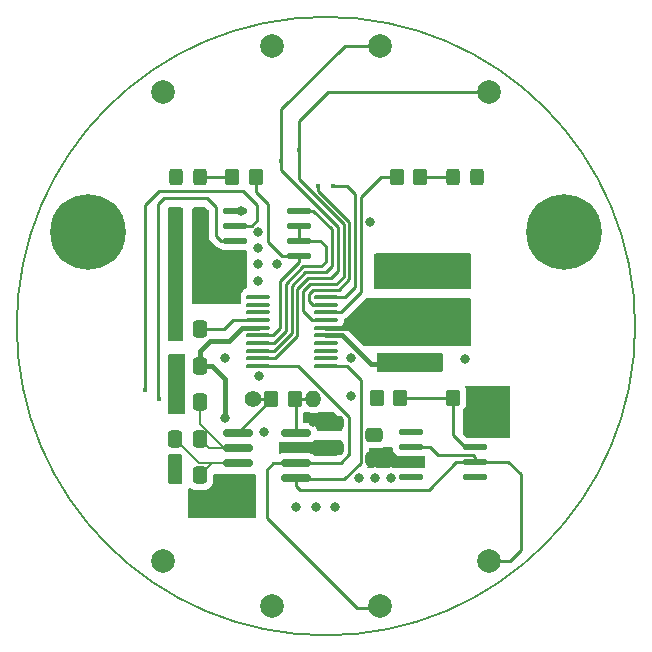
<source format=gbr>
%TF.GenerationSoftware,KiCad,Pcbnew,6.0.10-86aedd382b~118~ubuntu20.04.1*%
%TF.CreationDate,2023-01-12T10:33:16+01:00*%
%TF.ProjectId,thrust_controller,74687275-7374-45f6-936f-6e74726f6c6c,rev?*%
%TF.SameCoordinates,Original*%
%TF.FileFunction,Copper,L1,Top*%
%TF.FilePolarity,Positive*%
%FSLAX46Y46*%
G04 Gerber Fmt 4.6, Leading zero omitted, Abs format (unit mm)*
G04 Created by KiCad (PCBNEW 6.0.10-86aedd382b~118~ubuntu20.04.1) date 2023-01-12 10:33:16*
%MOMM*%
%LPD*%
G01*
G04 APERTURE LIST*
G04 Aperture macros list*
%AMRoundRect*
0 Rectangle with rounded corners*
0 $1 Rounding radius*
0 $2 $3 $4 $5 $6 $7 $8 $9 X,Y pos of 4 corners*
0 Add a 4 corners polygon primitive as box body*
4,1,4,$2,$3,$4,$5,$6,$7,$8,$9,$2,$3,0*
0 Add four circle primitives for the rounded corners*
1,1,$1+$1,$2,$3*
1,1,$1+$1,$4,$5*
1,1,$1+$1,$6,$7*
1,1,$1+$1,$8,$9*
0 Add four rect primitives between the rounded corners*
20,1,$1+$1,$2,$3,$4,$5,0*
20,1,$1+$1,$4,$5,$6,$7,0*
20,1,$1+$1,$6,$7,$8,$9,0*
20,1,$1+$1,$8,$9,$2,$3,0*%
G04 Aperture macros list end*
%TA.AperFunction,Profile*%
%ADD10C,0.200000*%
%TD*%
%TA.AperFunction,SMDPad,CuDef*%
%ADD11RoundRect,0.250000X-0.325000X-0.450000X0.325000X-0.450000X0.325000X0.450000X-0.325000X0.450000X0*%
%TD*%
%TA.AperFunction,SMDPad,CuDef*%
%ADD12RoundRect,0.250000X0.337500X0.475000X-0.337500X0.475000X-0.337500X-0.475000X0.337500X-0.475000X0*%
%TD*%
%TA.AperFunction,SMDPad,CuDef*%
%ADD13RoundRect,0.250000X-0.337500X-0.475000X0.337500X-0.475000X0.337500X0.475000X-0.337500X0.475000X0*%
%TD*%
%TA.AperFunction,SMDPad,CuDef*%
%ADD14RoundRect,0.250000X-0.350000X-0.450000X0.350000X-0.450000X0.350000X0.450000X-0.350000X0.450000X0*%
%TD*%
%TA.AperFunction,SMDPad,CuDef*%
%ADD15RoundRect,0.250000X0.475000X-0.337500X0.475000X0.337500X-0.475000X0.337500X-0.475000X-0.337500X0*%
%TD*%
%TA.AperFunction,SMDPad,CuDef*%
%ADD16RoundRect,0.250000X-0.475000X0.337500X-0.475000X-0.337500X0.475000X-0.337500X0.475000X0.337500X0*%
%TD*%
%TA.AperFunction,ComponentPad*%
%ADD17C,6.400000*%
%TD*%
%TA.AperFunction,SMDPad,CuDef*%
%ADD18RoundRect,0.100000X-0.900000X-0.100000X0.900000X-0.100000X0.900000X0.100000X-0.900000X0.100000X0*%
%TD*%
%TA.AperFunction,SMDPad,CuDef*%
%ADD19RoundRect,0.139500X0.860500X0.139500X-0.860500X0.139500X-0.860500X-0.139500X0.860500X-0.139500X0*%
%TD*%
%TA.AperFunction,ComponentPad*%
%ADD20C,1.400000*%
%TD*%
%TA.AperFunction,ComponentPad*%
%ADD21O,1.400000X1.400000*%
%TD*%
%TA.AperFunction,SMDPad,CuDef*%
%ADD22RoundRect,0.250000X0.325000X0.450000X-0.325000X0.450000X-0.325000X-0.450000X0.325000X-0.450000X0*%
%TD*%
%TA.AperFunction,SMDPad,CuDef*%
%ADD23RoundRect,0.133150X0.866850X0.133150X-0.866850X0.133150X-0.866850X-0.133150X0.866850X-0.133150X0*%
%TD*%
%TA.AperFunction,SMDPad,CuDef*%
%ADD24RoundRect,0.150000X-1.100000X-0.150000X1.100000X-0.150000X1.100000X0.150000X-1.100000X0.150000X0*%
%TD*%
%TA.AperFunction,ComponentPad*%
%ADD25C,2.000000*%
%TD*%
%TA.AperFunction,ViaPad*%
%ADD26C,0.800000*%
%TD*%
%TA.AperFunction,ViaPad*%
%ADD27C,0.400000*%
%TD*%
%TA.AperFunction,Conductor*%
%ADD28C,0.400000*%
%TD*%
%TA.AperFunction,Conductor*%
%ADD29C,0.200000*%
%TD*%
%TA.AperFunction,Conductor*%
%ADD30C,0.250000*%
%TD*%
G04 APERTURE END LIST*
D10*
X169350000Y-83700000D02*
G75*
G03*
X169350000Y-83700000I-26180000J0D01*
G01*
D11*
%TO.P,D1,1,K*%
%TO.N,GNDA*%
X130435000Y-71050000D03*
%TO.P,D1,2,A*%
%TO.N,Net-(D1-Pad2)*%
X132485000Y-71050000D03*
%TD*%
D12*
%TO.P,C21,1*%
%TO.N,+5V*%
X132497500Y-74650000D03*
%TO.P,C21,2*%
%TO.N,GNDA*%
X130422500Y-74650000D03*
%TD*%
D13*
%TO.P,C11,1*%
%TO.N,S+*%
X130422500Y-93250000D03*
%TO.P,C11,2*%
%TO.N,S-*%
X132497500Y-93250000D03*
%TD*%
D14*
%TO.P,R1,1*%
%TO.N,+3.3VA*%
X147460000Y-89750000D03*
%TO.P,R1,2*%
%TO.N,Net-(R1-Pad2)*%
X149460000Y-89750000D03*
%TD*%
D12*
%TO.P,C6,1*%
%TO.N,+5V*%
X132497500Y-80850000D03*
%TO.P,C6,2*%
%TO.N,GNDA*%
X130422500Y-80850000D03*
%TD*%
D15*
%TO.P,C19,1*%
%TO.N,+3.3V*%
X148260000Y-81987500D03*
%TO.P,C19,2*%
%TO.N,GNDA*%
X148260000Y-79912500D03*
%TD*%
D16*
%TO.P,C15,1*%
%TO.N,+3.3V*%
X148260000Y-84812500D03*
%TO.P,C15,2*%
%TO.N,GNDA*%
X148260000Y-86887500D03*
%TD*%
D17*
%TO.P,H2,1*%
%TO.N,N/C*%
X163300000Y-75700000D03*
%TD*%
D15*
%TO.P,C1,1*%
%TO.N,+3.3VA*%
X143960000Y-93987500D03*
%TO.P,C1,2*%
%TO.N,GNDA*%
X143960000Y-91912500D03*
%TD*%
D18*
%TO.P,U6,1,PB9*%
%TO.N,unconnected-(U6-Pad1)*%
X137447500Y-81225000D03*
%TO.P,U6,2,PC14*%
%TO.N,unconnected-(U6-Pad2)*%
X137447500Y-81875000D03*
%TO.P,U6,3,PC15*%
%TO.N,unconnected-(U6-Pad3)*%
X137447500Y-82525000D03*
%TO.P,U6,4,NRST*%
%TO.N,Net-(C22-Pad1)*%
X137447500Y-83175000D03*
%TO.P,U6,5,VDDA*%
%TO.N,+3.3VA*%
X137447500Y-83825000D03*
%TO.P,U6,6,PA0*%
%TO.N,USART2_RX*%
X137447500Y-84475000D03*
%TO.P,U6,7,PA1*%
%TO.N,Net-(U5-Pad2)*%
X137447500Y-85125000D03*
%TO.P,U6,8,PA2*%
%TO.N,USART2_TX*%
X137447500Y-85775000D03*
%TO.P,U6,9,PA3*%
%TO.N,Cmd*%
X137447500Y-86425000D03*
%TO.P,U6,10,PA4*%
%TO.N,Meas*%
X137447500Y-87075000D03*
%TO.P,U6,11,PA5*%
%TO.N,Ref*%
X143172500Y-87075000D03*
%TO.P,U6,12,PA6*%
%TO.N,unconnected-(U6-Pad12)*%
X143172500Y-86425000D03*
%TO.P,U6,13,PA7*%
%TO.N,unconnected-(U6-Pad13)*%
X143172500Y-85775000D03*
%TO.P,U6,14,PB1*%
%TO.N,unconnected-(U6-Pad14)*%
X143172500Y-85125000D03*
%TO.P,U6,15,VSS*%
%TO.N,GNDA*%
X143172500Y-84475000D03*
%TO.P,U6,16,VDD*%
%TO.N,+3.3V*%
X143172500Y-83825000D03*
%TO.P,U6,17,PA9*%
%TO.N,Des*%
X143172500Y-83175000D03*
%TO.P,U6,18,PA10*%
%TO.N,Net-(R2-Pad1)*%
X143172500Y-82525000D03*
%TO.P,U6,19,PA13*%
%TO.N,SWDIO*%
X143172500Y-81875000D03*
%TO.P,U6,20,PA14*%
%TO.N,SWCLK*%
X143172500Y-81225000D03*
%TD*%
D15*
%TO.P,C17,1*%
%TO.N,+3.3V*%
X154460000Y-81987500D03*
%TO.P,C17,2*%
%TO.N,GNDA*%
X154460000Y-79912500D03*
%TD*%
%TO.P,C2,1*%
%TO.N,+3.3VA*%
X147260000Y-94987500D03*
%TO.P,C2,2*%
%TO.N,GNDA*%
X147260000Y-92912500D03*
%TD*%
D19*
%TO.P,U2,1,NC*%
%TO.N,unconnected-(U2-Pad1)*%
X155781348Y-96455000D03*
%TO.P,U2,2,-*%
%TO.N,Ref*%
X155781348Y-95185000D03*
%TO.P,U2,3,+*%
%TO.N,Net-(R1-Pad2)*%
X155781348Y-93915000D03*
%TO.P,U2,4,V-*%
%TO.N,GNDA*%
X155781348Y-92645000D03*
%TO.P,U2,5,NC*%
%TO.N,unconnected-(U2-Pad5)*%
X150338652Y-92645000D03*
%TO.P,U2,6*%
%TO.N,Ref*%
X150338652Y-93915000D03*
%TO.P,U2,7,V+*%
%TO.N,+3.3VA*%
X150338652Y-95185000D03*
%TO.P,U2,8,NC*%
%TO.N,unconnected-(U2-Pad8)*%
X150338652Y-96455000D03*
%TD*%
D15*
%TO.P,C18,1*%
%TO.N,+3.3V*%
X151360000Y-81987500D03*
%TO.P,C18,2*%
%TO.N,GNDA*%
X151360000Y-79912500D03*
%TD*%
D14*
%TO.P,R5,1*%
%TO.N,Net-(D1-Pad2)*%
X135260000Y-71050000D03*
%TO.P,R5,2*%
%TO.N,USART2_RX*%
X137260000Y-71050000D03*
%TD*%
D20*
%TO.P,R6,1*%
%TO.N,Net-(R3-Pad1)*%
X137020000Y-89850000D03*
D21*
%TO.P,R6,2*%
%TO.N,Net-(R3-Pad2)*%
X142100000Y-89850000D03*
%TD*%
D14*
%TO.P,R4,1*%
%TO.N,Net-(R1-Pad2)*%
X153960000Y-89750000D03*
%TO.P,R4,2*%
%TO.N,GNDA*%
X155960000Y-89750000D03*
%TD*%
D12*
%TO.P,C20,1*%
%TO.N,+3.3VA*%
X132497500Y-87050000D03*
%TO.P,C20,2*%
%TO.N,GNDA*%
X130422500Y-87050000D03*
%TD*%
%TO.P,C8,1*%
%TO.N,+5V*%
X132497500Y-77750000D03*
%TO.P,C8,2*%
%TO.N,GNDA*%
X130422500Y-77750000D03*
%TD*%
%TO.P,C12,1*%
%TO.N,S-*%
X132497500Y-90150000D03*
%TO.P,C12,2*%
%TO.N,GNDA*%
X130422500Y-90150000D03*
%TD*%
D13*
%TO.P,C10,1*%
%TO.N,+3.3VA*%
X130422500Y-96350000D03*
%TO.P,C10,2*%
%TO.N,S+*%
X132497500Y-96350000D03*
%TD*%
D17*
%TO.P,H1,1*%
%TO.N,N/C*%
X123040000Y-75700000D03*
%TD*%
D14*
%TO.P,R3,1*%
%TO.N,Net-(R3-Pad1)*%
X138560000Y-89850000D03*
%TO.P,R3,2*%
%TO.N,Net-(R3-Pad2)*%
X140560000Y-89850000D03*
%TD*%
D12*
%TO.P,C22,1*%
%TO.N,Net-(C22-Pad1)*%
X132497500Y-83950000D03*
%TO.P,C22,2*%
%TO.N,GNDA*%
X130422500Y-83950000D03*
%TD*%
D22*
%TO.P,D2,1,K*%
%TO.N,GNDA*%
X155985000Y-71050000D03*
%TO.P,D2,2,A*%
%TO.N,Net-(D2-Pad2)*%
X153935000Y-71050000D03*
%TD*%
D23*
%TO.P,U5,1,RO*%
%TO.N,USART2_RX*%
X140881348Y-77755000D03*
%TO.P,U5,2,~{RE}*%
%TO.N,Net-(U5-Pad2)*%
X140881348Y-76485000D03*
%TO.P,U5,3,DE*%
X140881348Y-75215000D03*
%TO.P,U5,4,DI*%
%TO.N,USART2_TX*%
X140881348Y-73945000D03*
%TO.P,U5,5,GND*%
%TO.N,GNDA*%
X135438652Y-73945000D03*
%TO.P,U5,6,A*%
%TO.N,A*%
X135438652Y-75215000D03*
%TO.P,U5,7,B*%
%TO.N,B*%
X135438652Y-76485000D03*
%TO.P,U5,8,VCC*%
%TO.N,+5V*%
X135438652Y-77755000D03*
%TD*%
D24*
%TO.P,U3,1,Rg*%
%TO.N,Net-(R3-Pad1)*%
X135685000Y-92745000D03*
%TO.P,U3,2,-*%
%TO.N,S-*%
X135685000Y-94015000D03*
%TO.P,U3,3,+*%
%TO.N,S+*%
X135685000Y-95285000D03*
%TO.P,U3,4,Vs-*%
%TO.N,GNDA*%
X135685000Y-96555000D03*
%TO.P,U3,5,Ref*%
%TO.N,Ref*%
X140635000Y-96555000D03*
%TO.P,U3,6*%
%TO.N,Meas*%
X140635000Y-95285000D03*
%TO.P,U3,7,Vs+*%
%TO.N,+3.3VA*%
X140635000Y-94015000D03*
%TO.P,U3,8,Rg*%
%TO.N,Net-(R3-Pad2)*%
X140635000Y-92745000D03*
%TD*%
D14*
%TO.P,R2,1*%
%TO.N,Net-(R2-Pad1)*%
X149160000Y-71050000D03*
%TO.P,R2,2*%
%TO.N,Net-(D2-Pad2)*%
X151160000Y-71050000D03*
%TD*%
D25*
%TO.P,TP6,1,1*%
%TO.N,GNDA*%
X129370000Y-103560000D03*
%TD*%
%TO.P,TP1,1,1*%
%TO.N,+3.3VA*%
X138570000Y-107440000D03*
%TD*%
%TO.P,TP7,1,1*%
%TO.N,Cmd*%
X147770000Y-59960000D03*
%TD*%
%TO.P,TP5,1,1*%
%TO.N,+3.3V*%
X138570000Y-59960000D03*
%TD*%
%TO.P,TP4,1,1*%
%TO.N,Ref*%
X156970000Y-103560000D03*
%TD*%
%TO.P,TP3,1,1*%
%TO.N,Meas*%
X147770000Y-107440000D03*
%TD*%
%TO.P,TP2,1,1*%
%TO.N,Des*%
X156970000Y-63840000D03*
%TD*%
%TO.P,TP8,1,1*%
%TO.N,GNDA*%
X129370000Y-63840000D03*
%TD*%
D26*
%TO.N,+3.3VA*%
X142297500Y-93987500D03*
X142297500Y-99020000D03*
X130422500Y-95050000D03*
X147460000Y-89750000D03*
X134660000Y-91450000D03*
X143960000Y-93987500D03*
X140635000Y-99020000D03*
X140635000Y-93987500D03*
X143960000Y-99020000D03*
X147260000Y-94550000D03*
%TO.N,GNDA*%
X147260000Y-92912500D03*
X155985000Y-71050000D03*
X137451979Y-77118887D03*
X145310000Y-89609500D03*
X130422500Y-86850500D03*
X149760000Y-79912500D03*
X146000000Y-96570000D03*
X142060000Y-91780000D03*
X137451979Y-75753331D03*
X130279985Y-74650000D03*
X157850000Y-92110000D03*
X145329310Y-86381241D03*
X137451979Y-78484443D03*
X139060000Y-78484443D03*
X130279985Y-76200000D03*
X132500000Y-98160000D03*
X130279985Y-77750000D03*
X151710000Y-86375000D03*
X130279985Y-82910126D03*
X132497500Y-99310000D03*
X137922500Y-92650000D03*
X147344576Y-96570000D03*
X148689152Y-96570000D03*
X149910000Y-86660000D03*
X148260000Y-86887500D03*
X130435000Y-71050000D03*
X157850000Y-89750000D03*
X157850000Y-90930000D03*
X130422500Y-90150000D03*
X149760000Y-78440000D03*
X148260000Y-78440000D03*
X148260000Y-79912500D03*
X137451979Y-79850000D03*
X137480000Y-87924500D03*
X136010000Y-73945000D03*
%TO.N,+5V*%
X132760000Y-78150000D03*
X132760000Y-76150000D03*
X132735500Y-74150000D03*
X133760000Y-80150000D03*
X133760000Y-81150000D03*
X132760000Y-75150000D03*
X133760000Y-79150000D03*
X133760000Y-78150000D03*
X132760000Y-77150000D03*
D27*
%TO.N,S+*%
X135685000Y-95285000D03*
%TO.N,S-*%
X135685000Y-94015000D03*
D26*
%TO.N,+3.3V*%
X148760000Y-84620000D03*
X147760000Y-83620000D03*
X150760000Y-84620000D03*
X134610000Y-86375000D03*
X146934500Y-74920000D03*
X146760000Y-84620000D03*
X145760000Y-83620000D03*
X154960000Y-86450000D03*
X149760000Y-83620000D03*
D27*
%TO.N,Des*%
X140860000Y-68750000D03*
%TO.N,Cmd*%
X139369500Y-69750000D03*
%TO.N,B*%
X129010000Y-89900000D03*
%TO.N,A*%
X127860000Y-89150000D03*
%TO.N,SWDIO*%
X142535000Y-71850000D03*
%TO.N,SWCLK*%
X143785000Y-71850000D03*
%TD*%
D28*
%TO.N,+3.3VA*%
X134660000Y-88150000D02*
X133560000Y-87050000D01*
X134960000Y-84950000D02*
X133360000Y-84950000D01*
X137447500Y-83825000D02*
X136085000Y-83825000D01*
X134660000Y-91450000D02*
X134660000Y-88150000D01*
X132497500Y-85812500D02*
X132497500Y-87050000D01*
X136085000Y-83825000D02*
X134960000Y-84950000D01*
X133560000Y-87050000D02*
X132497500Y-87050000D01*
X133360000Y-84950000D02*
X132497500Y-85812500D01*
%TO.N,GNDA*%
X144535000Y-84475000D02*
X143172500Y-84475000D01*
X146947500Y-86887500D02*
X144535000Y-84475000D01*
X148260000Y-86887500D02*
X146947500Y-86887500D01*
%TO.N,+5V*%
X133845000Y-80625000D02*
X132722500Y-80625000D01*
D29*
%TO.N,S+*%
X133562500Y-95285000D02*
X132497500Y-96350000D01*
X132457500Y-95285000D02*
X135685000Y-95285000D01*
X135685000Y-95285000D02*
X133562500Y-95285000D01*
X130422500Y-93250000D02*
X132457500Y-95285000D01*
%TO.N,S-*%
X132497500Y-91972500D02*
X134540000Y-94015000D01*
X132497500Y-90150000D02*
X132497500Y-91972500D01*
X135685000Y-94015000D02*
X133262500Y-94015000D01*
X133262500Y-94015000D02*
X132497500Y-93250000D01*
D28*
%TO.N,+3.3V*%
X143172500Y-83825000D02*
X145360000Y-83825000D01*
D30*
%TO.N,Net-(D1-Pad2)*%
X132485000Y-71050000D02*
X135260000Y-71050000D01*
%TO.N,Net-(D2-Pad2)*%
X151160000Y-71050000D02*
X153935000Y-71050000D01*
%TO.N,Des*%
X143370000Y-63840000D02*
X156970000Y-63840000D01*
X140860000Y-68750000D02*
X140860000Y-66350000D01*
X141260000Y-82450000D02*
X141985000Y-83175000D01*
X141852894Y-80150000D02*
X141260000Y-80742894D01*
X141985000Y-83175000D02*
X143172500Y-83175000D01*
X141260000Y-80742894D02*
X141260000Y-82450000D01*
X144660000Y-75057106D02*
X144660000Y-79542894D01*
X144660000Y-79542894D02*
X144052894Y-80150000D01*
X140860000Y-66350000D02*
X143370000Y-63840000D01*
X142227893Y-72625000D02*
X144660000Y-75057106D01*
X144052894Y-80150000D02*
X141852894Y-80150000D01*
X140860000Y-71271016D02*
X142213984Y-72625000D01*
X142213984Y-72625000D02*
X142227893Y-72625000D01*
X140860000Y-68750000D02*
X140860000Y-71271016D01*
%TO.N,Cmd*%
X140760000Y-84521318D02*
X138856318Y-86425000D01*
X140760000Y-80535788D02*
X140760000Y-84521318D01*
X147770000Y-59960000D02*
X144750000Y-59960000D01*
X144750000Y-59960000D02*
X139360000Y-65350000D01*
X139360000Y-69740500D02*
X139369500Y-69750000D01*
X143560000Y-79650000D02*
X141645788Y-79650000D01*
X144160000Y-79050000D02*
X143560000Y-79650000D01*
X139360000Y-65350000D02*
X139360000Y-69740500D01*
X139369500Y-69750000D02*
X139369500Y-70523104D01*
X138856318Y-86425000D02*
X137447500Y-86425000D01*
X141645788Y-79650000D02*
X140760000Y-80535788D01*
X139369500Y-70523104D02*
X144160000Y-75313604D01*
X144160000Y-75313604D02*
X144160000Y-79050000D01*
%TO.N,Net-(R1-Pad2)*%
X153960000Y-92950000D02*
X153960000Y-89750000D01*
X153960000Y-89750000D02*
X149460000Y-89750000D01*
X154925000Y-93915000D02*
X153960000Y-92950000D01*
%TO.N,Net-(R2-Pad1)*%
X144485000Y-82525000D02*
X143172500Y-82525000D01*
X146160000Y-72750000D02*
X146160000Y-80850000D01*
X149160000Y-71050000D02*
X147860000Y-71050000D01*
X147860000Y-71050000D02*
X146160000Y-72750000D01*
X146160000Y-80850000D02*
X144485000Y-82525000D01*
%TO.N,USART2_RX*%
X138685000Y-84475000D02*
X137447500Y-84475000D01*
X140881348Y-78293122D02*
X139260000Y-79914470D01*
X140881348Y-77755000D02*
X140881348Y-78293122D01*
X139260000Y-79914470D02*
X139260000Y-83900000D01*
X137260000Y-72350000D02*
X138260000Y-73350000D01*
X137260000Y-71050000D02*
X137260000Y-72350000D01*
X138260000Y-73350000D02*
X138260000Y-76550000D01*
X138260000Y-76550000D02*
X139465000Y-77755000D01*
X139465000Y-77755000D02*
X140881348Y-77755000D01*
X139260000Y-83900000D02*
X138685000Y-84475000D01*
%TO.N,B*%
X128960000Y-89850000D02*
X128960000Y-73350000D01*
X133860000Y-76050000D02*
X134295000Y-76485000D01*
X133860000Y-73615686D02*
X133860000Y-76050000D01*
X129010000Y-89900000D02*
X128960000Y-89850000D01*
X129460000Y-72850000D02*
X133094314Y-72850000D01*
X128960000Y-73350000D02*
X129460000Y-72850000D01*
X134295000Y-76485000D02*
X135438652Y-76485000D01*
X133094314Y-72850000D02*
X133860000Y-73615686D01*
%TO.N,Net-(C22-Pad1)*%
X137447500Y-83175000D02*
X135335000Y-83175000D01*
X135335000Y-83175000D02*
X134560000Y-83950000D01*
X134560000Y-83950000D02*
X132497500Y-83950000D01*
%TO.N,Ref*%
X140635000Y-97225000D02*
X140960000Y-97550000D01*
X140960000Y-97550000D02*
X151860000Y-97550000D01*
X140635000Y-96555000D02*
X140635000Y-97225000D01*
X155781348Y-94811348D02*
X155590000Y-94620000D01*
X151860000Y-97550000D02*
X154225000Y-95185000D01*
X159660000Y-96250000D02*
X159660000Y-102650000D01*
X146150000Y-95260000D02*
X144735000Y-96675000D01*
X158750000Y-103560000D02*
X156970000Y-103560000D01*
X155781348Y-95185000D02*
X155781348Y-94811348D01*
X140755000Y-96675000D02*
X140635000Y-96555000D01*
X155590000Y-94620000D02*
X152680000Y-94620000D01*
X143172500Y-87075000D02*
X144985000Y-87075000D01*
X144735000Y-96675000D02*
X140755000Y-96675000D01*
X159660000Y-102650000D02*
X158750000Y-103560000D01*
X146150000Y-88240000D02*
X146150000Y-95260000D01*
X154225000Y-95185000D02*
X155781348Y-95185000D01*
X144985000Y-87075000D02*
X146150000Y-88240000D01*
X155781348Y-95185000D02*
X158595000Y-95185000D01*
X151975000Y-93915000D02*
X150338652Y-93915000D01*
X158595000Y-95185000D02*
X159660000Y-96250000D01*
X152680000Y-94620000D02*
X151975000Y-93915000D01*
%TO.N,Meas*%
X138160000Y-95850000D02*
X138160000Y-99950000D01*
X138160000Y-99950000D02*
X145760000Y-107550000D01*
X140845280Y-87075000D02*
X137447500Y-87075000D01*
X145760000Y-107550000D02*
X147660000Y-107550000D01*
X144406586Y-95285000D02*
X145160000Y-94531586D01*
X145160000Y-91389720D02*
X140845280Y-87075000D01*
X138725000Y-95285000D02*
X138160000Y-95850000D01*
X145160000Y-94531586D02*
X145160000Y-91389720D01*
X140635000Y-95285000D02*
X138725000Y-95285000D01*
X140635000Y-95285000D02*
X144406586Y-95285000D01*
%TO.N,Net-(U5-Pad2)*%
X142695000Y-76485000D02*
X143160000Y-76950000D01*
X138742106Y-85125000D02*
X137447500Y-85125000D01*
X140881348Y-75215000D02*
X140881348Y-76485000D01*
X139760000Y-84107106D02*
X138742106Y-85125000D01*
X143160000Y-78250000D02*
X142760000Y-78650000D01*
X143160000Y-76950000D02*
X143160000Y-78250000D01*
X139760000Y-80121576D02*
X139760000Y-84107106D01*
X142760000Y-78650000D02*
X141231576Y-78650000D01*
X140881348Y-76485000D02*
X142695000Y-76485000D01*
X141231576Y-78650000D02*
X139760000Y-80121576D01*
%TO.N,USART2_TX*%
X138799212Y-85775000D02*
X137447500Y-85775000D01*
X140260000Y-80328682D02*
X140260000Y-84314212D01*
X140260000Y-84314212D02*
X138799212Y-85775000D01*
X142084290Y-73945000D02*
X143660000Y-75520710D01*
X140881348Y-73945000D02*
X142084290Y-73945000D01*
X143160000Y-79150000D02*
X141438682Y-79150000D01*
X143660000Y-78650000D02*
X143160000Y-79150000D01*
X141438682Y-79150000D02*
X140260000Y-80328682D01*
X143660000Y-75520710D02*
X143660000Y-78650000D01*
%TO.N,A*%
X137360000Y-73450000D02*
X137360000Y-74750000D01*
X129035000Y-72275000D02*
X136185000Y-72275000D01*
X137360000Y-74750000D02*
X136895000Y-75215000D01*
X127860000Y-89150000D02*
X127860000Y-73450000D01*
X136895000Y-75215000D02*
X135438652Y-75215000D01*
X136185000Y-72275000D02*
X137360000Y-73450000D01*
X127860000Y-73450000D02*
X129035000Y-72275000D01*
%TO.N,SWDIO*%
X141760000Y-81550000D02*
X142085000Y-81875000D01*
X145160000Y-79750000D02*
X144260000Y-80650000D01*
X142535000Y-72225000D02*
X145160000Y-74850000D01*
X142085000Y-81875000D02*
X143172500Y-81875000D01*
X141760000Y-80950000D02*
X141760000Y-81550000D01*
X142060000Y-80650000D02*
X141760000Y-80950000D01*
X144260000Y-80650000D02*
X142060000Y-80650000D01*
X142535000Y-71850000D02*
X142535000Y-72225000D01*
X145160000Y-74850000D02*
X145160000Y-79750000D01*
%TO.N,SWCLK*%
X143172500Y-81225000D02*
X144785000Y-81225000D01*
X144785000Y-81225000D02*
X145660000Y-80350000D01*
X145660000Y-80350000D02*
X145660000Y-72550000D01*
X145660000Y-72550000D02*
X144960000Y-71850000D01*
X144960000Y-71850000D02*
X143785000Y-71850000D01*
%TO.N,Net-(R3-Pad1)*%
X137020000Y-89850000D02*
X138560000Y-89850000D01*
X138560000Y-89850000D02*
X135685000Y-92725000D01*
%TO.N,Net-(R3-Pad2)*%
X140635000Y-92745000D02*
X140635000Y-89925000D01*
X140560000Y-89850000D02*
X142100000Y-89850000D01*
%TD*%
%TA.AperFunction,Conductor*%
%TO.N,+3.3V*%
G36*
X155402121Y-81370002D02*
G01*
X155448614Y-81423658D01*
X155460000Y-81476000D01*
X155460000Y-85274000D01*
X155439998Y-85342121D01*
X155386342Y-85388614D01*
X155334000Y-85400000D01*
X146502847Y-85400000D01*
X146434726Y-85379998D01*
X146413752Y-85363095D01*
X145050582Y-83999925D01*
X145044728Y-83993659D01*
X145012165Y-83956331D01*
X145007169Y-83950604D01*
X144955527Y-83914310D01*
X144950242Y-83910384D01*
X144906524Y-83876105D01*
X144906520Y-83876103D01*
X144900543Y-83871416D01*
X144893620Y-83868290D01*
X144890672Y-83866505D01*
X144877712Y-83859113D01*
X144874666Y-83857480D01*
X144868453Y-83853113D01*
X144809633Y-83830180D01*
X144803554Y-83827624D01*
X144797742Y-83825000D01*
X144746016Y-83801645D01*
X144738545Y-83800260D01*
X144735277Y-83799236D01*
X144720836Y-83795123D01*
X144717563Y-83794283D01*
X144710487Y-83791524D01*
X144674897Y-83786839D01*
X144609970Y-83758118D01*
X144570877Y-83698853D01*
X144570032Y-83627862D01*
X144588136Y-83591694D01*
X144587879Y-83591546D01*
X144590368Y-83587235D01*
X144591381Y-83585211D01*
X144592009Y-83584393D01*
X144592011Y-83584390D01*
X144597036Y-83577841D01*
X144657544Y-83431762D01*
X144673000Y-83314361D01*
X144672999Y-83212300D01*
X144693000Y-83144181D01*
X144737181Y-83106651D01*
X144735388Y-83103619D01*
X144735390Y-83103618D01*
X144752499Y-83093500D01*
X144770245Y-83084805D01*
X144788732Y-83077486D01*
X144823991Y-83051869D01*
X144833910Y-83045354D01*
X144864590Y-83027210D01*
X144864594Y-83027207D01*
X144871420Y-83023170D01*
X144885470Y-83009120D01*
X144900504Y-82996279D01*
X144910173Y-82989254D01*
X144916587Y-82984594D01*
X144944370Y-82951010D01*
X144952359Y-82942231D01*
X146507685Y-81386905D01*
X146569997Y-81352879D01*
X146596780Y-81350000D01*
X155334000Y-81350000D01*
X155402121Y-81370002D01*
G37*
%TD.AperFunction*%
%TD*%
%TA.AperFunction,Conductor*%
%TO.N,+3.3VA*%
G36*
X130849196Y-94530002D02*
G01*
X130870170Y-94546905D01*
X130973095Y-94649830D01*
X131007121Y-94712142D01*
X131010000Y-94738925D01*
X131010000Y-96954000D01*
X130989998Y-97022121D01*
X130936342Y-97068614D01*
X130884000Y-97080000D01*
X129966000Y-97080000D01*
X129897879Y-97059998D01*
X129851386Y-97006342D01*
X129840000Y-96954000D01*
X129840000Y-94636000D01*
X129860002Y-94567879D01*
X129913658Y-94521386D01*
X129966000Y-94510000D01*
X130781075Y-94510000D01*
X130849196Y-94530002D01*
G37*
%TD.AperFunction*%
%TD*%
%TA.AperFunction,Conductor*%
%TO.N,GNDA*%
G36*
X137212121Y-96270002D02*
G01*
X137258614Y-96323658D01*
X137270000Y-96376000D01*
X137270000Y-99804000D01*
X137249998Y-99872121D01*
X137196342Y-99918614D01*
X137144000Y-99930000D01*
X131636000Y-99930000D01*
X131567879Y-99909998D01*
X131521386Y-99856342D01*
X131510000Y-99804000D01*
X131510000Y-97531671D01*
X131530002Y-97463550D01*
X131583658Y-97417057D01*
X131653932Y-97406953D01*
X131702115Y-97424411D01*
X131840666Y-97509814D01*
X131847614Y-97512119D01*
X131847615Y-97512119D01*
X132000241Y-97562744D01*
X132000243Y-97562745D01*
X132006772Y-97564910D01*
X132110134Y-97575500D01*
X132884866Y-97575500D01*
X132888112Y-97575163D01*
X132888116Y-97575163D01*
X132982661Y-97565353D01*
X132982665Y-97565352D01*
X132989519Y-97564641D01*
X132996055Y-97562460D01*
X132996057Y-97562460D01*
X133148581Y-97511574D01*
X133155529Y-97509256D01*
X133304345Y-97417166D01*
X133427984Y-97293311D01*
X133519814Y-97144334D01*
X133574910Y-96978228D01*
X133585500Y-96874866D01*
X133585500Y-96376000D01*
X133605502Y-96307879D01*
X133659158Y-96261386D01*
X133711500Y-96250000D01*
X137144000Y-96250000D01*
X137212121Y-96270002D01*
G37*
%TD.AperFunction*%
%TD*%
%TA.AperFunction,Conductor*%
%TO.N,+3.3VA*%
G36*
X144476621Y-93370002D02*
G01*
X144523114Y-93423658D01*
X144534500Y-93476000D01*
X144534500Y-94220305D01*
X144514498Y-94288426D01*
X144497595Y-94309400D01*
X144184400Y-94622595D01*
X144122088Y-94656621D01*
X144095305Y-94659500D01*
X142231636Y-94659500D01*
X142163515Y-94639498D01*
X142142541Y-94622595D01*
X142136865Y-94616919D01*
X141995398Y-94533256D01*
X141987786Y-94531045D01*
X141987785Y-94531044D01*
X141843754Y-94489199D01*
X141843755Y-94489199D01*
X141837569Y-94487402D01*
X141824416Y-94486367D01*
X141803153Y-94484693D01*
X141803140Y-94484692D01*
X141800694Y-94484500D01*
X139469306Y-94484500D01*
X139466860Y-94484692D01*
X139466847Y-94484693D01*
X139445584Y-94486367D01*
X139432431Y-94487402D01*
X139321151Y-94519732D01*
X139250157Y-94519529D01*
X139190541Y-94480976D01*
X139161232Y-94416311D01*
X139160000Y-94398735D01*
X139160000Y-93631265D01*
X139180002Y-93563144D01*
X139233658Y-93516651D01*
X139303932Y-93506547D01*
X139321144Y-93510266D01*
X139432431Y-93542598D01*
X139445584Y-93543633D01*
X139466847Y-93545307D01*
X139466860Y-93545308D01*
X139469306Y-93545500D01*
X141800694Y-93545500D01*
X141803140Y-93545308D01*
X141803153Y-93545307D01*
X141824416Y-93543633D01*
X141837569Y-93542598D01*
X141883049Y-93529385D01*
X141987785Y-93498956D01*
X141987786Y-93498955D01*
X141995398Y-93496744D01*
X142136865Y-93413081D01*
X142163041Y-93386905D01*
X142225353Y-93352879D01*
X142252136Y-93350000D01*
X144408500Y-93350000D01*
X144476621Y-93370002D01*
G37*
%TD.AperFunction*%
%TD*%
%TA.AperFunction,Conductor*%
%TO.N,GNDA*%
G36*
X131202121Y-86070002D02*
G01*
X131248614Y-86123658D01*
X131260000Y-86176000D01*
X131260000Y-91024000D01*
X131239998Y-91092121D01*
X131186342Y-91138614D01*
X131134000Y-91150000D01*
X129926000Y-91150000D01*
X129857879Y-91129998D01*
X129811386Y-91076342D01*
X129800000Y-91024000D01*
X129800000Y-86176000D01*
X129820002Y-86107879D01*
X129873658Y-86061386D01*
X129926000Y-86050000D01*
X131134000Y-86050000D01*
X131202121Y-86070002D01*
G37*
%TD.AperFunction*%
%TD*%
%TA.AperFunction,Conductor*%
%TO.N,GNDA*%
G36*
X141689256Y-90980232D02*
G01*
X141727436Y-90996635D01*
X141733065Y-90997909D01*
X141733066Y-90997909D01*
X141936995Y-91044054D01*
X141937001Y-91044055D01*
X141942632Y-91045329D01*
X141948403Y-91045556D01*
X141948405Y-91045556D01*
X142016211Y-91048220D01*
X142163098Y-91053991D01*
X142272275Y-91038161D01*
X142375738Y-91023160D01*
X142375743Y-91023159D01*
X142381452Y-91022331D01*
X142386916Y-91020476D01*
X142386921Y-91020475D01*
X142515916Y-90976687D01*
X142556417Y-90970000D01*
X143803500Y-90970000D01*
X143871621Y-90990002D01*
X143892595Y-91006905D01*
X144497595Y-91611905D01*
X144531621Y-91674217D01*
X144534500Y-91701000D01*
X144534500Y-92464000D01*
X144514498Y-92532121D01*
X144460842Y-92578614D01*
X144408500Y-92590000D01*
X142504823Y-92590000D01*
X142436702Y-92569998D01*
X142390209Y-92516342D01*
X142382685Y-92492406D01*
X142382598Y-92492431D01*
X142381434Y-92488426D01*
X142336744Y-92334602D01*
X142253081Y-92193135D01*
X142136865Y-92076919D01*
X142130044Y-92072885D01*
X142002221Y-91997291D01*
X142002220Y-91997291D01*
X141995398Y-91993256D01*
X141987786Y-91991045D01*
X141987785Y-91991044D01*
X141843754Y-91949199D01*
X141843755Y-91949199D01*
X141837569Y-91947402D01*
X141824416Y-91946367D01*
X141803153Y-91944693D01*
X141803140Y-91944692D01*
X141800694Y-91944500D01*
X141386500Y-91944500D01*
X141318379Y-91924498D01*
X141271886Y-91870842D01*
X141260500Y-91818500D01*
X141260500Y-91096000D01*
X141280502Y-91027879D01*
X141334158Y-90981386D01*
X141386500Y-90970000D01*
X141639520Y-90970000D01*
X141689256Y-90980232D01*
G37*
%TD.AperFunction*%
%TD*%
%TA.AperFunction,Conductor*%
%TO.N,GNDA*%
G36*
X155402121Y-77570002D02*
G01*
X155448614Y-77623658D01*
X155460000Y-77676000D01*
X155460000Y-80424000D01*
X155439998Y-80492121D01*
X155386342Y-80538614D01*
X155334000Y-80550000D01*
X147386000Y-80550000D01*
X147317879Y-80529998D01*
X147271386Y-80476342D01*
X147260000Y-80424000D01*
X147260000Y-77676000D01*
X147280002Y-77607879D01*
X147333658Y-77561386D01*
X147386000Y-77550000D01*
X155334000Y-77550000D01*
X155402121Y-77570002D01*
G37*
%TD.AperFunction*%
%TD*%
%TA.AperFunction,Conductor*%
%TO.N,+5V*%
G36*
X133025655Y-73670002D02*
G01*
X133046629Y-73686905D01*
X133197595Y-73837871D01*
X133231621Y-73900183D01*
X133234500Y-73926966D01*
X133234500Y-75972297D01*
X133233983Y-75983257D01*
X133232327Y-75990667D01*
X133232576Y-75998593D01*
X133232576Y-75998594D01*
X133234438Y-76057841D01*
X133234500Y-76061799D01*
X133234500Y-76089350D01*
X133234996Y-76093273D01*
X133235003Y-76093388D01*
X133235923Y-76105068D01*
X133237291Y-76148627D01*
X133242836Y-76167712D01*
X133246844Y-76187062D01*
X133249336Y-76206792D01*
X133265384Y-76247323D01*
X133269219Y-76258524D01*
X133281382Y-76300390D01*
X133291498Y-76317494D01*
X133300195Y-76335245D01*
X133307514Y-76353732D01*
X133333129Y-76388988D01*
X133339646Y-76398910D01*
X133357790Y-76429590D01*
X133357793Y-76429594D01*
X133361830Y-76436420D01*
X133375880Y-76450470D01*
X133388721Y-76465504D01*
X133400406Y-76481587D01*
X133406514Y-76486640D01*
X133433983Y-76509364D01*
X133442764Y-76517354D01*
X133797762Y-76872353D01*
X133805148Y-76880470D01*
X133809214Y-76886877D01*
X133814989Y-76892300D01*
X133814993Y-76892305D01*
X133858223Y-76932901D01*
X133861065Y-76935656D01*
X133880529Y-76955120D01*
X133883659Y-76957548D01*
X133883741Y-76957620D01*
X133892649Y-76965229D01*
X133924418Y-76995062D01*
X133931365Y-76998881D01*
X133941832Y-77004635D01*
X133958361Y-77015492D01*
X133974064Y-77027673D01*
X133981339Y-77030821D01*
X134014058Y-77044980D01*
X134024718Y-77050202D01*
X134062908Y-77071197D01*
X134082164Y-77076141D01*
X134100853Y-77082540D01*
X134119104Y-77090438D01*
X134126933Y-77091678D01*
X134127673Y-77091893D01*
X134169749Y-77113331D01*
X134174733Y-77117197D01*
X134180347Y-77122811D01*
X134318149Y-77204307D01*
X134325761Y-77206518D01*
X134325762Y-77206519D01*
X134427329Y-77236027D01*
X134471889Y-77248973D01*
X134484811Y-77249990D01*
X134505352Y-77251607D01*
X134505365Y-77251608D01*
X134507811Y-77251800D01*
X134603723Y-77251800D01*
X136324000Y-77251799D01*
X136392121Y-77271801D01*
X136438614Y-77325457D01*
X136450000Y-77377799D01*
X136450000Y-80431218D01*
X136429998Y-80499339D01*
X136372218Y-80547627D01*
X136329941Y-80565139D01*
X136244659Y-80600464D01*
X136119218Y-80696718D01*
X136022964Y-80822159D01*
X135962456Y-80968238D01*
X135947000Y-81085639D01*
X135947001Y-81364360D01*
X135962456Y-81481762D01*
X135965616Y-81489390D01*
X135970748Y-81501780D01*
X135978338Y-81572369D01*
X135970749Y-81598217D01*
X135962456Y-81618238D01*
X135947000Y-81735639D01*
X135946283Y-81735545D01*
X135923080Y-81798906D01*
X135866499Y-81841791D01*
X135821763Y-81850000D01*
X131986000Y-81850000D01*
X131917879Y-81829998D01*
X131871386Y-81776342D01*
X131860000Y-81724000D01*
X131860000Y-73776000D01*
X131880002Y-73707879D01*
X131933658Y-73661386D01*
X131986000Y-73650000D01*
X132957534Y-73650000D01*
X133025655Y-73670002D01*
G37*
%TD.AperFunction*%
%TD*%
%TA.AperFunction,Conductor*%
%TO.N,GNDA*%
G36*
X150257183Y-85980013D02*
G01*
X152934280Y-85980125D01*
X153002400Y-86000130D01*
X153048891Y-86053788D01*
X153060275Y-86106150D01*
X153060010Y-87423947D01*
X153039994Y-87492064D01*
X152986329Y-87538546D01*
X152934010Y-87549922D01*
X147585984Y-87549922D01*
X147517863Y-87529920D01*
X147471370Y-87476264D01*
X147459984Y-87423922D01*
X147459979Y-86105901D01*
X147479981Y-86037781D01*
X147533636Y-85991288D01*
X147585983Y-85979901D01*
X150257183Y-85980013D01*
G37*
%TD.AperFunction*%
%TD*%
%TA.AperFunction,Conductor*%
%TO.N,GNDA*%
G36*
X131002121Y-73670002D02*
G01*
X131048614Y-73723658D01*
X131060000Y-73776000D01*
X131060000Y-84824000D01*
X131039998Y-84892121D01*
X130986342Y-84938614D01*
X130934000Y-84950000D01*
X129926000Y-84950000D01*
X129857879Y-84929998D01*
X129811386Y-84876342D01*
X129800000Y-84824000D01*
X129800000Y-73776000D01*
X129820002Y-73707879D01*
X129873658Y-73661386D01*
X129926000Y-73650000D01*
X130934000Y-73650000D01*
X131002121Y-73670002D01*
G37*
%TD.AperFunction*%
%TD*%
%TA.AperFunction,Conductor*%
%TO.N,+3.3VA*%
G36*
X148780274Y-93950002D02*
G01*
X148826767Y-94003658D01*
X148838153Y-94055999D01*
X148838153Y-94119136D01*
X148841007Y-94155414D01*
X148886120Y-94310695D01*
X148890157Y-94317521D01*
X148964395Y-94443051D01*
X148964397Y-94443054D01*
X148968433Y-94449878D01*
X149082774Y-94564219D01*
X149089598Y-94568255D01*
X149089601Y-94568257D01*
X149154067Y-94606382D01*
X149221957Y-94646532D01*
X149229568Y-94648743D01*
X149229570Y-94648744D01*
X149278458Y-94662947D01*
X149377238Y-94691645D01*
X149399017Y-94693359D01*
X149411058Y-94694307D01*
X149411067Y-94694307D01*
X149413515Y-94694500D01*
X150337903Y-94694500D01*
X151263788Y-94694499D01*
X151285810Y-94692766D01*
X151293648Y-94692150D01*
X151293649Y-94692150D01*
X151300066Y-94691645D01*
X151306250Y-94689848D01*
X151306252Y-94689848D01*
X151398848Y-94662947D01*
X151469844Y-94663150D01*
X151529460Y-94701704D01*
X151558768Y-94766369D01*
X151560000Y-94783944D01*
X151560000Y-95586056D01*
X151539998Y-95654177D01*
X151486342Y-95700670D01*
X151416068Y-95710774D01*
X151398848Y-95707053D01*
X151306246Y-95680150D01*
X151306242Y-95680149D01*
X151300066Y-95678355D01*
X151277461Y-95676576D01*
X151266246Y-95675693D01*
X151266237Y-95675693D01*
X151263789Y-95675500D01*
X150339401Y-95675500D01*
X149413516Y-95675501D01*
X149391494Y-95677234D01*
X149383656Y-95677850D01*
X149383655Y-95677850D01*
X149377238Y-95678355D01*
X149371058Y-95680150D01*
X149371055Y-95680151D01*
X149229570Y-95721256D01*
X149229568Y-95721257D01*
X149221957Y-95723468D01*
X149206761Y-95732455D01*
X149142625Y-95750000D01*
X149088148Y-95750000D01*
X149036899Y-95739106D01*
X148974994Y-95711544D01*
X148974988Y-95711542D01*
X148968955Y-95708856D01*
X148876377Y-95689178D01*
X148790255Y-95670872D01*
X148790251Y-95670872D01*
X148783798Y-95669500D01*
X148594506Y-95669500D01*
X148588053Y-95670872D01*
X148588049Y-95670872D01*
X148501928Y-95689178D01*
X148409349Y-95708856D01*
X148403316Y-95711542D01*
X148403310Y-95711544D01*
X148341405Y-95739106D01*
X148290156Y-95750000D01*
X147743572Y-95750000D01*
X147692323Y-95739106D01*
X147630418Y-95711544D01*
X147630412Y-95711542D01*
X147624379Y-95708856D01*
X147531801Y-95689178D01*
X147445679Y-95670872D01*
X147445675Y-95670872D01*
X147439222Y-95669500D01*
X147249930Y-95669500D01*
X147243477Y-95670872D01*
X147243473Y-95670872D01*
X147157352Y-95689178D01*
X147064773Y-95708856D01*
X147058740Y-95711542D01*
X147058734Y-95711544D01*
X146996829Y-95739106D01*
X146945580Y-95750000D01*
X146811329Y-95750000D01*
X146743208Y-95729998D01*
X146696715Y-95676342D01*
X146686611Y-95606068D01*
X146695691Y-95573961D01*
X146709983Y-95540935D01*
X146715200Y-95530287D01*
X146732376Y-95499045D01*
X146732380Y-95499036D01*
X146736197Y-95492092D01*
X146741140Y-95472839D01*
X146747544Y-95454136D01*
X146752287Y-95443175D01*
X146755437Y-95435896D01*
X146762254Y-95392852D01*
X146764662Y-95381229D01*
X146773529Y-95346696D01*
X146773529Y-95346695D01*
X146775500Y-95339019D01*
X146775500Y-95319144D01*
X146777051Y-95299433D01*
X146778920Y-95287633D01*
X146780160Y-95279804D01*
X146776059Y-95236420D01*
X146775500Y-95224563D01*
X146775500Y-94126500D01*
X146795502Y-94058379D01*
X146849158Y-94011886D01*
X146901500Y-94000500D01*
X147784866Y-94000500D01*
X147788112Y-94000163D01*
X147788116Y-94000163D01*
X147882661Y-93990353D01*
X147882665Y-93990352D01*
X147889519Y-93989641D01*
X147896055Y-93987460D01*
X147896057Y-93987460D01*
X148048875Y-93936476D01*
X148088751Y-93930000D01*
X148712153Y-93930000D01*
X148780274Y-93950002D01*
G37*
%TD.AperFunction*%
%TD*%
%TA.AperFunction,Conductor*%
%TO.N,GNDA*%
G36*
X158732121Y-88770002D02*
G01*
X158778614Y-88823658D01*
X158790000Y-88876000D01*
X158790000Y-93024000D01*
X158769998Y-93092121D01*
X158716342Y-93138614D01*
X158664000Y-93150000D01*
X156800776Y-93150000D01*
X156765625Y-93144997D01*
X156742762Y-93138355D01*
X156736354Y-93137851D01*
X156736350Y-93137850D01*
X156708942Y-93135693D01*
X156708933Y-93135693D01*
X156706485Y-93135500D01*
X156630761Y-93135500D01*
X155082281Y-93135501D01*
X155014160Y-93115499D01*
X154993186Y-93098596D01*
X154796905Y-92902315D01*
X154762879Y-92840003D01*
X154760000Y-92813220D01*
X154760000Y-90863671D01*
X154780002Y-90795550D01*
X154796827Y-90774653D01*
X154897813Y-90673491D01*
X154902984Y-90668311D01*
X154994814Y-90519334D01*
X155049910Y-90353228D01*
X155060500Y-90249866D01*
X155060500Y-89250134D01*
X155060163Y-89246884D01*
X155050353Y-89152339D01*
X155050352Y-89152335D01*
X155049641Y-89145481D01*
X154994256Y-88979471D01*
X154971255Y-88942302D01*
X154952418Y-88873850D01*
X154973580Y-88806081D01*
X155028021Y-88760510D01*
X155078400Y-88750000D01*
X158664000Y-88750000D01*
X158732121Y-88770002D01*
G37*
%TD.AperFunction*%
%TD*%
M02*

</source>
